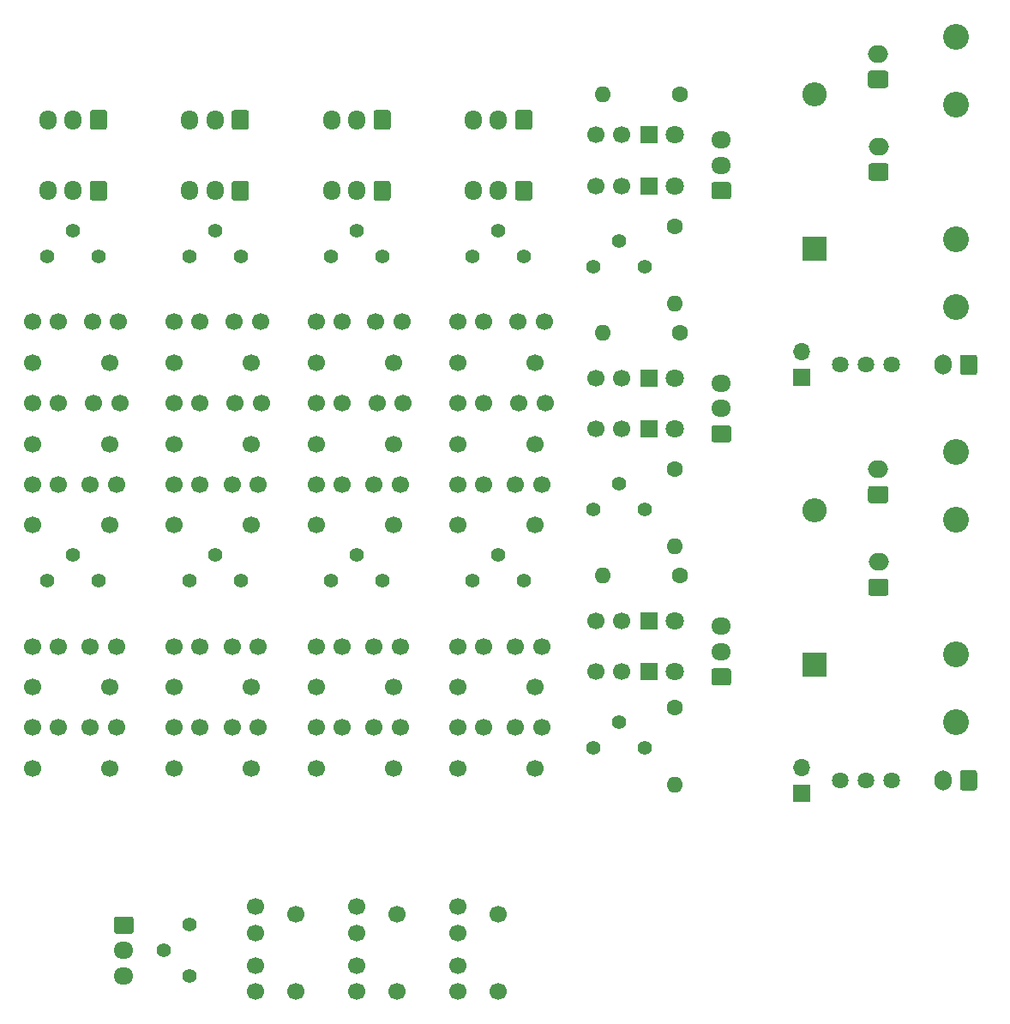
<source format=gbs>
G04 #@! TF.GenerationSoftware,KiCad,Pcbnew,(5.1.8)-1*
G04 #@! TF.CreationDate,2021-05-15T16:38:38+09:00*
G04 #@! TF.ProjectId,test,74657374-2e6b-4696-9361-645f70636258,rev?*
G04 #@! TF.SameCoordinates,PX4c4b400PY8954400*
G04 #@! TF.FileFunction,Soldermask,Bot*
G04 #@! TF.FilePolarity,Negative*
%FSLAX46Y46*%
G04 Gerber Fmt 4.6, Leading zero omitted, Abs format (unit mm)*
G04 Created by KiCad (PCBNEW (5.1.8)-1) date 2021-05-15 16:38:38*
%MOMM*%
%LPD*%
G01*
G04 APERTURE LIST*
%ADD10C,2.550000*%
%ADD11O,1.700000X2.000000*%
%ADD12O,1.700000X1.700000*%
%ADD13R,1.700000X1.700000*%
%ADD14O,2.000000X1.700000*%
%ADD15O,2.400000X2.400000*%
%ADD16R,2.400000X2.400000*%
%ADD17C,1.635000*%
%ADD18C,1.700000*%
%ADD19O,1.700000X1.950000*%
%ADD20C,1.400000*%
%ADD21O,1.950000X1.700000*%
%ADD22C,1.800000*%
%ADD23R,1.800000X1.800000*%
%ADD24O,1.600000X1.600000*%
%ADD25C,1.600000*%
G04 APERTURE END LIST*
D10*
X93145000Y28525000D03*
X93145000Y35225000D03*
D11*
X91915000Y22810000D03*
G36*
G01*
X95265000Y23560000D02*
X95265000Y22060000D01*
G75*
G02*
X95015000Y21810000I-250000J0D01*
G01*
X93815000Y21810000D01*
G75*
G02*
X93565000Y22060000I0J250000D01*
G01*
X93565000Y23560000D01*
G75*
G02*
X93815000Y23810000I250000J0D01*
G01*
X95015000Y23810000D01*
G75*
G02*
X95265000Y23560000I0J-250000D01*
G01*
G37*
D12*
X77905000Y24080000D03*
D13*
X77905000Y21540000D03*
G36*
G01*
X86250000Y50154000D02*
X84750000Y50154000D01*
G75*
G02*
X84500000Y50404000I0J250000D01*
G01*
X84500000Y51604000D01*
G75*
G02*
X84750000Y51854000I250000J0D01*
G01*
X86250000Y51854000D01*
G75*
G02*
X86500000Y51604000I0J-250000D01*
G01*
X86500000Y50404000D01*
G75*
G02*
X86250000Y50154000I-250000J0D01*
G01*
G37*
D14*
X85500000Y53504000D03*
D15*
X79175000Y49480000D03*
D16*
X79175000Y34240000D03*
D10*
X93145000Y55195000D03*
X93145000Y48495000D03*
D17*
X86795000Y22810000D03*
X84255000Y22810000D03*
X81715000Y22810000D03*
D14*
X85525000Y44360000D03*
G36*
G01*
X86275000Y41010000D02*
X84775000Y41010000D01*
G75*
G02*
X84525000Y41260000I0J250000D01*
G01*
X84525000Y42460000D01*
G75*
G02*
X84775000Y42710000I250000J0D01*
G01*
X86275000Y42710000D01*
G75*
G02*
X86525000Y42460000I0J-250000D01*
G01*
X86525000Y41260000D01*
G75*
G02*
X86275000Y41010000I-250000J0D01*
G01*
G37*
D10*
X93145000Y69525000D03*
X93145000Y76225000D03*
D11*
X91915000Y63810000D03*
G36*
G01*
X95265000Y64560000D02*
X95265000Y63060000D01*
G75*
G02*
X95015000Y62810000I-250000J0D01*
G01*
X93815000Y62810000D01*
G75*
G02*
X93565000Y63060000I0J250000D01*
G01*
X93565000Y64560000D01*
G75*
G02*
X93815000Y64810000I250000J0D01*
G01*
X95015000Y64810000D01*
G75*
G02*
X95265000Y64560000I0J-250000D01*
G01*
G37*
D12*
X77905000Y65080000D03*
D13*
X77905000Y62540000D03*
G36*
G01*
X86250000Y91154000D02*
X84750000Y91154000D01*
G75*
G02*
X84500000Y91404000I0J250000D01*
G01*
X84500000Y92604000D01*
G75*
G02*
X84750000Y92854000I250000J0D01*
G01*
X86250000Y92854000D01*
G75*
G02*
X86500000Y92604000I0J-250000D01*
G01*
X86500000Y91404000D01*
G75*
G02*
X86250000Y91154000I-250000J0D01*
G01*
G37*
D14*
X85500000Y94504000D03*
D15*
X79175000Y90480000D03*
D16*
X79175000Y75240000D03*
D10*
X93145000Y96195000D03*
X93145000Y89495000D03*
D17*
X86795000Y63810000D03*
X84255000Y63810000D03*
X81715000Y63810000D03*
D14*
X85525000Y85360000D03*
G36*
G01*
X86275000Y82010000D02*
X84775000Y82010000D01*
G75*
G02*
X84525000Y82260000I0J250000D01*
G01*
X84525000Y83460000D01*
G75*
G02*
X84775000Y83710000I250000J0D01*
G01*
X86275000Y83710000D01*
G75*
G02*
X86525000Y83460000I0J-250000D01*
G01*
X86525000Y82260000D01*
G75*
G02*
X86275000Y82010000I-250000J0D01*
G01*
G37*
D18*
X52300000Y52000000D03*
X49700000Y52000000D03*
X44000000Y64050000D03*
X51620000Y64050000D03*
X49900000Y68050000D03*
X52500000Y68050000D03*
X49700000Y36000000D03*
X52300000Y36000000D03*
X46540000Y68050000D03*
X44000000Y68050000D03*
X44000000Y60000000D03*
X46540000Y60000000D03*
X46540000Y52000000D03*
X44000000Y52000000D03*
X51620000Y56000000D03*
X44000000Y56000000D03*
X44000000Y36000000D03*
X46540000Y36000000D03*
X52600000Y60050000D03*
X50000000Y60050000D03*
G36*
G01*
X51350000Y88725000D02*
X51350000Y87275000D01*
G75*
G02*
X51100000Y87025000I-250000J0D01*
G01*
X49900000Y87025000D01*
G75*
G02*
X49650000Y87275000I0J250000D01*
G01*
X49650000Y88725000D01*
G75*
G02*
X49900000Y88975000I250000J0D01*
G01*
X51100000Y88975000D01*
G75*
G02*
X51350000Y88725000I0J-250000D01*
G01*
G37*
D19*
X48000000Y88000000D03*
X45500000Y88000000D03*
X45500000Y81000000D03*
X48000000Y81000000D03*
G36*
G01*
X51350000Y81725000D02*
X51350000Y80275000D01*
G75*
G02*
X51100000Y80025000I-250000J0D01*
G01*
X49900000Y80025000D01*
G75*
G02*
X49650000Y80275000I0J250000D01*
G01*
X49650000Y81725000D01*
G75*
G02*
X49900000Y81975000I250000J0D01*
G01*
X51100000Y81975000D01*
G75*
G02*
X51350000Y81725000I0J-250000D01*
G01*
G37*
D18*
X44000000Y32000000D03*
X51620000Y32000000D03*
X44000000Y28000000D03*
X46540000Y28000000D03*
X44000000Y24000000D03*
X51620000Y24000000D03*
X52300000Y28000000D03*
X49700000Y28000000D03*
X51620000Y48000000D03*
X44000000Y48000000D03*
D20*
X45460000Y74530000D03*
X48000000Y77070000D03*
X50540000Y74530000D03*
X50540000Y42530000D03*
X48000000Y45070000D03*
X45460000Y42530000D03*
D18*
X44000000Y7700000D03*
X44000000Y10300000D03*
X38000000Y2000000D03*
X38000000Y9620000D03*
X34000000Y2000000D03*
X34000000Y4540000D03*
X24000000Y4540000D03*
X24000000Y2000000D03*
D21*
X11000000Y3500000D03*
X11000000Y6000000D03*
G36*
G01*
X10275000Y9350000D02*
X11725000Y9350000D01*
G75*
G02*
X11975000Y9100000I0J-250000D01*
G01*
X11975000Y7900000D01*
G75*
G02*
X11725000Y7650000I-250000J0D01*
G01*
X10275000Y7650000D01*
G75*
G02*
X10025000Y7900000I0J250000D01*
G01*
X10025000Y9100000D01*
G75*
G02*
X10275000Y9350000I250000J0D01*
G01*
G37*
D18*
X48000000Y9620000D03*
X48000000Y2000000D03*
X28000000Y9620000D03*
X28000000Y2000000D03*
X34000000Y10300000D03*
X34000000Y7700000D03*
X24000000Y7700000D03*
X24000000Y10300000D03*
X44000000Y4540000D03*
X44000000Y2000000D03*
D20*
X17470000Y3460000D03*
X14930000Y6000000D03*
X17470000Y8540000D03*
D22*
X65440000Y62500000D03*
D23*
X62900000Y62500000D03*
X62900000Y33500000D03*
D22*
X65440000Y33500000D03*
D21*
X70000000Y86000000D03*
X70000000Y83500000D03*
G36*
G01*
X70725000Y80150000D02*
X69275000Y80150000D01*
G75*
G02*
X69025000Y80400000I0J250000D01*
G01*
X69025000Y81600000D01*
G75*
G02*
X69275000Y81850000I250000J0D01*
G01*
X70725000Y81850000D01*
G75*
G02*
X70975000Y81600000I0J-250000D01*
G01*
X70975000Y80400000D01*
G75*
G02*
X70725000Y80150000I-250000J0D01*
G01*
G37*
D22*
X65440000Y81500000D03*
D23*
X62900000Y81500000D03*
D22*
X65440000Y38500000D03*
D23*
X62900000Y38500000D03*
X62900000Y86500000D03*
D22*
X65440000Y86500000D03*
D23*
X62900000Y57500000D03*
D22*
X65440000Y57500000D03*
D18*
X57600000Y62500000D03*
X60200000Y62500000D03*
X60200000Y81500000D03*
X57600000Y81500000D03*
X57600000Y86500000D03*
X60200000Y86500000D03*
D21*
X70000000Y38000000D03*
X70000000Y35500000D03*
G36*
G01*
X70725000Y32150000D02*
X69275000Y32150000D01*
G75*
G02*
X69025000Y32400000I0J250000D01*
G01*
X69025000Y33600000D01*
G75*
G02*
X69275000Y33850000I250000J0D01*
G01*
X70725000Y33850000D01*
G75*
G02*
X70975000Y33600000I0J-250000D01*
G01*
X70975000Y32400000D01*
G75*
G02*
X70725000Y32150000I-250000J0D01*
G01*
G37*
G36*
G01*
X70725000Y56150000D02*
X69275000Y56150000D01*
G75*
G02*
X69025000Y56400000I0J250000D01*
G01*
X69025000Y57600000D01*
G75*
G02*
X69275000Y57850000I250000J0D01*
G01*
X70725000Y57850000D01*
G75*
G02*
X70975000Y57600000I0J-250000D01*
G01*
X70975000Y56400000D01*
G75*
G02*
X70725000Y56150000I-250000J0D01*
G01*
G37*
X70000000Y59500000D03*
X70000000Y62000000D03*
D24*
X65400000Y45880000D03*
D25*
X65400000Y53500000D03*
D18*
X57600000Y38500000D03*
X60200000Y38500000D03*
D24*
X65400000Y22380000D03*
D25*
X65400000Y30000000D03*
D20*
X62440000Y26030000D03*
X59900000Y28570000D03*
X57360000Y26030000D03*
D18*
X60200000Y33500000D03*
X57600000Y33500000D03*
D20*
X62440000Y49530000D03*
X59900000Y52070000D03*
X57360000Y49530000D03*
X57360000Y73530000D03*
X59900000Y76070000D03*
X62440000Y73530000D03*
D24*
X58280000Y43000000D03*
D25*
X65900000Y43000000D03*
X65400000Y77500000D03*
D24*
X65400000Y69880000D03*
D25*
X65900000Y67000000D03*
D24*
X58280000Y67000000D03*
D25*
X65900000Y90500000D03*
D24*
X58280000Y90500000D03*
D18*
X60200000Y57500000D03*
X57600000Y57500000D03*
X30000000Y52000000D03*
X32540000Y52000000D03*
X36000000Y60050000D03*
X38600000Y60050000D03*
X30000000Y68050000D03*
X32540000Y68050000D03*
X38500000Y68050000D03*
X35900000Y68050000D03*
X32540000Y36000000D03*
X30000000Y36000000D03*
X30000000Y56000000D03*
X37620000Y56000000D03*
X32540000Y60000000D03*
X30000000Y60000000D03*
X37620000Y64050000D03*
X30000000Y64050000D03*
X35700000Y52000000D03*
X38300000Y52000000D03*
X38300000Y36000000D03*
X35700000Y36000000D03*
X30000000Y48000000D03*
X37620000Y48000000D03*
G36*
G01*
X37350000Y81725000D02*
X37350000Y80275000D01*
G75*
G02*
X37100000Y80025000I-250000J0D01*
G01*
X35900000Y80025000D01*
G75*
G02*
X35650000Y80275000I0J250000D01*
G01*
X35650000Y81725000D01*
G75*
G02*
X35900000Y81975000I250000J0D01*
G01*
X37100000Y81975000D01*
G75*
G02*
X37350000Y81725000I0J-250000D01*
G01*
G37*
D19*
X34000000Y81000000D03*
X31500000Y81000000D03*
D20*
X36540000Y74530000D03*
X34000000Y77070000D03*
X31460000Y74530000D03*
D18*
X35700000Y28000000D03*
X38300000Y28000000D03*
D20*
X31460000Y42530000D03*
X34000000Y45070000D03*
X36540000Y42530000D03*
D19*
X31500000Y88000000D03*
X34000000Y88000000D03*
G36*
G01*
X37350000Y88725000D02*
X37350000Y87275000D01*
G75*
G02*
X37100000Y87025000I-250000J0D01*
G01*
X35900000Y87025000D01*
G75*
G02*
X35650000Y87275000I0J250000D01*
G01*
X35650000Y88725000D01*
G75*
G02*
X35900000Y88975000I250000J0D01*
G01*
X37100000Y88975000D01*
G75*
G02*
X37350000Y88725000I0J-250000D01*
G01*
G37*
D18*
X37620000Y24000000D03*
X30000000Y24000000D03*
X32540000Y28000000D03*
X30000000Y28000000D03*
X37620000Y32000000D03*
X30000000Y32000000D03*
X16000000Y52000000D03*
X18540000Y52000000D03*
X22000000Y60050000D03*
X24600000Y60050000D03*
X16000000Y68050000D03*
X18540000Y68050000D03*
X24500000Y68050000D03*
X21900000Y68050000D03*
X18540000Y36000000D03*
X16000000Y36000000D03*
X16000000Y56000000D03*
X23620000Y56000000D03*
X18540000Y60000000D03*
X16000000Y60000000D03*
X23620000Y64050000D03*
X16000000Y64050000D03*
X21700000Y52000000D03*
X24300000Y52000000D03*
X24300000Y36000000D03*
X21700000Y36000000D03*
X16000000Y48000000D03*
X23620000Y48000000D03*
G36*
G01*
X23350000Y81725000D02*
X23350000Y80275000D01*
G75*
G02*
X23100000Y80025000I-250000J0D01*
G01*
X21900000Y80025000D01*
G75*
G02*
X21650000Y80275000I0J250000D01*
G01*
X21650000Y81725000D01*
G75*
G02*
X21900000Y81975000I250000J0D01*
G01*
X23100000Y81975000D01*
G75*
G02*
X23350000Y81725000I0J-250000D01*
G01*
G37*
D19*
X20000000Y81000000D03*
X17500000Y81000000D03*
D20*
X22540000Y74530000D03*
X20000000Y77070000D03*
X17460000Y74530000D03*
D18*
X21700000Y28000000D03*
X24300000Y28000000D03*
D20*
X17460000Y42530000D03*
X20000000Y45070000D03*
X22540000Y42530000D03*
D19*
X17500000Y88000000D03*
X20000000Y88000000D03*
G36*
G01*
X23350000Y88725000D02*
X23350000Y87275000D01*
G75*
G02*
X23100000Y87025000I-250000J0D01*
G01*
X21900000Y87025000D01*
G75*
G02*
X21650000Y87275000I0J250000D01*
G01*
X21650000Y88725000D01*
G75*
G02*
X21900000Y88975000I250000J0D01*
G01*
X23100000Y88975000D01*
G75*
G02*
X23350000Y88725000I0J-250000D01*
G01*
G37*
D18*
X23620000Y24000000D03*
X16000000Y24000000D03*
X18540000Y28000000D03*
X16000000Y28000000D03*
X23620000Y32000000D03*
X16000000Y32000000D03*
X2000000Y52000000D03*
X4540000Y52000000D03*
X8000000Y60050000D03*
X10600000Y60050000D03*
X2000000Y68050000D03*
X4540000Y68050000D03*
X10500000Y68050000D03*
X7900000Y68050000D03*
X4540000Y36000000D03*
X2000000Y36000000D03*
X2000000Y56000000D03*
X9620000Y56000000D03*
X4540000Y60000000D03*
X2000000Y60000000D03*
X9620000Y64050000D03*
X2000000Y64050000D03*
X7700000Y52000000D03*
X10300000Y52000000D03*
X10300000Y36000000D03*
X7700000Y36000000D03*
X2000000Y48000000D03*
X9620000Y48000000D03*
G36*
G01*
X9350000Y81725000D02*
X9350000Y80275000D01*
G75*
G02*
X9100000Y80025000I-250000J0D01*
G01*
X7900000Y80025000D01*
G75*
G02*
X7650000Y80275000I0J250000D01*
G01*
X7650000Y81725000D01*
G75*
G02*
X7900000Y81975000I250000J0D01*
G01*
X9100000Y81975000D01*
G75*
G02*
X9350000Y81725000I0J-250000D01*
G01*
G37*
D19*
X6000000Y81000000D03*
X3500000Y81000000D03*
D20*
X8540000Y74530000D03*
X6000000Y77070000D03*
X3460000Y74530000D03*
D18*
X7700000Y28000000D03*
X10300000Y28000000D03*
D20*
X3460000Y42530000D03*
X6000000Y45070000D03*
X8540000Y42530000D03*
D19*
X3500000Y88000000D03*
X6000000Y88000000D03*
G36*
G01*
X9350000Y88725000D02*
X9350000Y87275000D01*
G75*
G02*
X9100000Y87025000I-250000J0D01*
G01*
X7900000Y87025000D01*
G75*
G02*
X7650000Y87275000I0J250000D01*
G01*
X7650000Y88725000D01*
G75*
G02*
X7900000Y88975000I250000J0D01*
G01*
X9100000Y88975000D01*
G75*
G02*
X9350000Y88725000I0J-250000D01*
G01*
G37*
D18*
X9620000Y24000000D03*
X2000000Y24000000D03*
X4540000Y28000000D03*
X2000000Y28000000D03*
X9620000Y32000000D03*
X2000000Y32000000D03*
M02*

</source>
